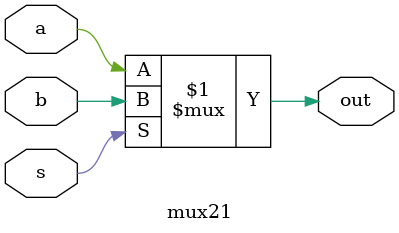
<source format=sv>
module mux21 (a,b,s,out);
input a,b,s;
output out;
assign out = s ? b:a;
endmodule
</source>
